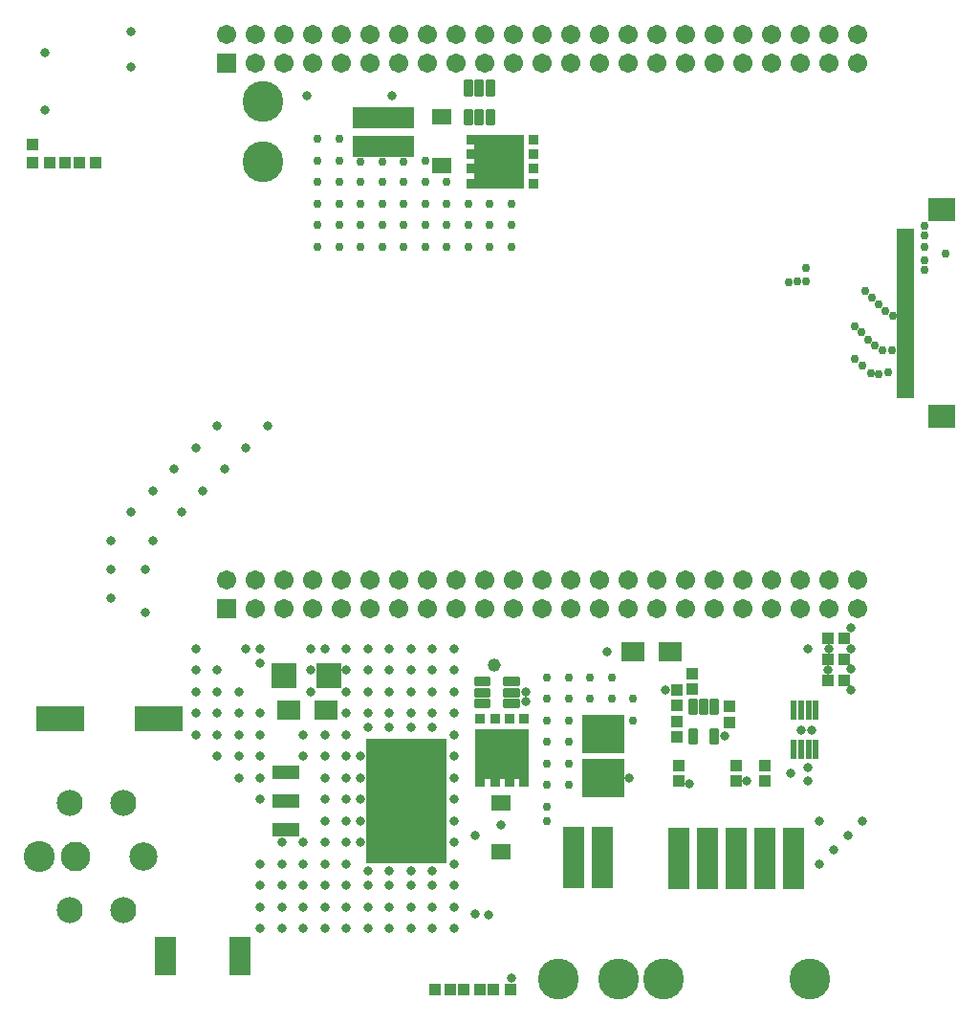
<source format=gbr>
G04 EAGLE Gerber RS-274X export*
G75*
%MOMM*%
%FSLAX34Y34*%
%LPD*%
%INSoldermask Top*%
%IPPOS*%
%AMOC8*
5,1,8,0,0,1.08239X$1,22.5*%
G01*
%ADD10R,1.703200X1.703200*%
%ADD11C,1.703200*%
%ADD12R,1.981200X3.378200*%
%ADD13R,4.303200X2.203200*%
%ADD14R,2.103200X1.803200*%
%ADD15R,2.203200X2.203200*%
%ADD16R,7.203200X11.003200*%
%ADD17R,2.363200X1.273200*%
%ADD18C,3.603200*%
%ADD19R,1.853200X5.533200*%
%ADD20R,1.003200X1.103200*%
%ADD21R,1.103200X1.003200*%
%ADD22C,0.251459*%
%ADD23R,3.803200X3.453200*%
%ADD24R,0.853200X0.953200*%
%ADD25R,4.753200X4.503200*%
%ADD26R,0.853200X0.853200*%
%ADD27R,1.673200X1.473200*%
%ADD28R,0.953200X0.853200*%
%ADD29R,4.503200X4.753200*%
%ADD30R,5.533200X1.853200*%
%ADD31R,1.503200X0.503200*%
%ADD32R,2.403200X2.003200*%
%ADD33C,2.503200*%
%ADD34C,2.618200*%
%ADD35C,2.753200*%
%ADD36C,2.303200*%
%ADD37R,0.503200X1.803200*%
%ADD38R,1.003200X1.003200*%
%ADD39C,0.807200*%
%ADD40C,1.178200*%
%ADD41C,0.762000*%


D10*
X192710Y848660D03*
D11*
X192710Y874060D03*
X218110Y848660D03*
X218110Y874060D03*
X243510Y848660D03*
X243510Y874060D03*
X268910Y848660D03*
X268910Y874060D03*
X294310Y848660D03*
X294310Y874060D03*
X319710Y848660D03*
X319710Y874060D03*
X345110Y848660D03*
X345110Y874060D03*
X370510Y848660D03*
X370510Y874060D03*
X395910Y848660D03*
X395910Y874060D03*
X421310Y848660D03*
X421310Y874060D03*
X446710Y848660D03*
X446710Y874060D03*
X472110Y848660D03*
X472110Y874060D03*
X497510Y848660D03*
X497510Y874060D03*
X522910Y848660D03*
X522910Y874060D03*
X548310Y848660D03*
X548310Y874060D03*
X573710Y848660D03*
X573710Y874060D03*
X599110Y848660D03*
X599110Y874060D03*
X624510Y848660D03*
X624510Y874060D03*
X649910Y848660D03*
X649910Y874060D03*
X675310Y848660D03*
X675310Y874060D03*
X700710Y848660D03*
X700710Y874060D03*
X726110Y848660D03*
X726110Y874060D03*
X751510Y848660D03*
X751510Y874060D03*
D10*
X192710Y366060D03*
D11*
X192710Y391460D03*
X218110Y366060D03*
X218110Y391460D03*
X243510Y366060D03*
X243510Y391460D03*
X268910Y366060D03*
X268910Y391460D03*
X294310Y366060D03*
X294310Y391460D03*
X319710Y366060D03*
X319710Y391460D03*
X345110Y366060D03*
X345110Y391460D03*
X370510Y366060D03*
X370510Y391460D03*
X395910Y366060D03*
X395910Y391460D03*
X421310Y366060D03*
X421310Y391460D03*
X446710Y366060D03*
X446710Y391460D03*
X472110Y366060D03*
X472110Y391460D03*
X497510Y366060D03*
X497510Y391460D03*
X522910Y366060D03*
X522910Y391460D03*
X548310Y366060D03*
X548310Y391460D03*
X573710Y366060D03*
X573710Y391460D03*
X599110Y366060D03*
X599110Y391460D03*
X624510Y366060D03*
X624510Y391460D03*
X649910Y366060D03*
X649910Y391460D03*
X675310Y366060D03*
X675310Y391460D03*
X700710Y366060D03*
X700710Y391460D03*
X726110Y366060D03*
X726110Y391460D03*
X751510Y366060D03*
X751510Y391460D03*
D12*
X204102Y58020D03*
X138062Y58020D03*
D13*
X45166Y268330D03*
X132166Y268330D03*
D14*
X247590Y276270D03*
X280590Y276270D03*
D15*
X283212Y306384D03*
X243212Y306384D03*
D16*
X351602Y195658D03*
D17*
X244902Y170258D03*
X244902Y221058D03*
X244902Y195658D03*
D18*
X708650Y37850D03*
X579050Y37850D03*
D19*
X593050Y144750D03*
X618450Y144750D03*
X643850Y144750D03*
X669250Y144750D03*
X694650Y144750D03*
D20*
X592676Y213236D03*
X592676Y227236D03*
X643821Y213236D03*
X643821Y227236D03*
X669058Y213236D03*
X669058Y227236D03*
D21*
X739264Y302512D03*
X725264Y302512D03*
X739010Y339759D03*
X725010Y339759D03*
X739264Y321009D03*
X725264Y321009D03*
D18*
X539458Y38280D03*
X486058Y38280D03*
D19*
X500058Y145180D03*
X525458Y145180D03*
D22*
X620820Y273201D02*
X620820Y285419D01*
X626688Y285419D01*
X626688Y273201D01*
X620820Y273201D01*
X620820Y275590D02*
X626688Y275590D01*
X626688Y277979D02*
X620820Y277979D01*
X620820Y280368D02*
X626688Y280368D01*
X626688Y282757D02*
X620820Y282757D01*
X620820Y285146D02*
X626688Y285146D01*
X611320Y285419D02*
X611320Y273201D01*
X611320Y285419D02*
X617188Y285419D01*
X617188Y273201D01*
X611320Y273201D01*
X611320Y275590D02*
X617188Y275590D01*
X617188Y277979D02*
X611320Y277979D01*
X611320Y280368D02*
X617188Y280368D01*
X617188Y282757D02*
X611320Y282757D01*
X611320Y285146D02*
X617188Y285146D01*
X601820Y285419D02*
X601820Y273201D01*
X601820Y285419D02*
X607688Y285419D01*
X607688Y273201D01*
X601820Y273201D01*
X601820Y275590D02*
X607688Y275590D01*
X607688Y277979D02*
X601820Y277979D01*
X601820Y280368D02*
X607688Y280368D01*
X607688Y282757D02*
X601820Y282757D01*
X601820Y285146D02*
X607688Y285146D01*
X620820Y259419D02*
X620820Y247201D01*
X620820Y259419D02*
X626688Y259419D01*
X626688Y247201D01*
X620820Y247201D01*
X620820Y249590D02*
X626688Y249590D01*
X626688Y251979D02*
X620820Y251979D01*
X620820Y254368D02*
X626688Y254368D01*
X626688Y256757D02*
X620820Y256757D01*
X620820Y259146D02*
X626688Y259146D01*
X601820Y259419D02*
X601820Y247201D01*
X601820Y259419D02*
X607688Y259419D01*
X607688Y247201D01*
X601820Y247201D01*
X601820Y249590D02*
X607688Y249590D01*
X607688Y251979D02*
X601820Y251979D01*
X601820Y254368D02*
X607688Y254368D01*
X607688Y256757D02*
X601820Y256757D01*
X601820Y259146D02*
X607688Y259146D01*
D23*
X525494Y254542D03*
X525494Y216042D03*
D20*
X590886Y294138D03*
X590886Y280138D03*
X591140Y266198D03*
X591140Y252198D03*
X604856Y294362D03*
X604856Y308362D03*
X637368Y265152D03*
X637368Y279152D03*
D24*
X455924Y268150D03*
X442924Y268150D03*
X429924Y268150D03*
X416924Y268150D03*
D25*
X436424Y237400D03*
D26*
X416924Y212650D03*
X429924Y212650D03*
X442924Y212650D03*
X455924Y212650D03*
D27*
X435632Y193512D03*
X435632Y150512D03*
D28*
X464336Y741974D03*
X464336Y754974D03*
X464336Y767974D03*
X464336Y780974D03*
D29*
X433586Y761474D03*
D26*
X408836Y780974D03*
X408836Y767974D03*
X408836Y754974D03*
X408836Y741974D03*
D27*
X382796Y757526D03*
X382796Y800526D03*
D18*
X224264Y760692D03*
X224264Y814092D03*
D30*
X331164Y800092D03*
X331164Y774692D03*
D22*
X409224Y794725D02*
X409224Y806943D01*
X409224Y794725D02*
X403356Y794725D01*
X403356Y806943D01*
X409224Y806943D01*
X409224Y797114D02*
X403356Y797114D01*
X403356Y799503D02*
X409224Y799503D01*
X409224Y801892D02*
X403356Y801892D01*
X403356Y804281D02*
X409224Y804281D01*
X409224Y806670D02*
X403356Y806670D01*
X418724Y806943D02*
X418724Y794725D01*
X412856Y794725D01*
X412856Y806943D01*
X418724Y806943D01*
X418724Y797114D02*
X412856Y797114D01*
X412856Y799503D02*
X418724Y799503D01*
X418724Y801892D02*
X412856Y801892D01*
X412856Y804281D02*
X418724Y804281D01*
X418724Y806670D02*
X412856Y806670D01*
X428224Y806943D02*
X428224Y794725D01*
X422356Y794725D01*
X422356Y806943D01*
X428224Y806943D01*
X428224Y797114D02*
X422356Y797114D01*
X422356Y799503D02*
X428224Y799503D01*
X428224Y801892D02*
X422356Y801892D01*
X422356Y804281D02*
X428224Y804281D01*
X428224Y806670D02*
X422356Y806670D01*
X409224Y820725D02*
X409224Y832943D01*
X409224Y820725D02*
X403356Y820725D01*
X403356Y832943D01*
X409224Y832943D01*
X409224Y823114D02*
X403356Y823114D01*
X403356Y825503D02*
X409224Y825503D01*
X409224Y827892D02*
X403356Y827892D01*
X403356Y830281D02*
X409224Y830281D01*
X409224Y832670D02*
X403356Y832670D01*
X428224Y832943D02*
X428224Y820725D01*
X422356Y820725D01*
X422356Y832943D01*
X428224Y832943D01*
X428224Y823114D02*
X422356Y823114D01*
X422356Y825503D02*
X428224Y825503D01*
X428224Y827892D02*
X422356Y827892D01*
X422356Y830281D02*
X428224Y830281D01*
X428224Y832670D02*
X422356Y832670D01*
X418724Y832943D02*
X418724Y820725D01*
X412856Y820725D01*
X412856Y832943D01*
X418724Y832943D01*
X418724Y823114D02*
X412856Y823114D01*
X412856Y825503D02*
X418724Y825503D01*
X418724Y827892D02*
X412856Y827892D01*
X412856Y830281D02*
X418724Y830281D01*
X418724Y832670D02*
X412856Y832670D01*
X412257Y298522D02*
X424475Y298522D01*
X412257Y298522D02*
X412257Y304390D01*
X424475Y304390D01*
X424475Y298522D01*
X424475Y300911D02*
X412257Y300911D01*
X412257Y303300D02*
X424475Y303300D01*
X424475Y289022D02*
X412257Y289022D01*
X412257Y294890D01*
X424475Y294890D01*
X424475Y289022D01*
X424475Y291411D02*
X412257Y291411D01*
X412257Y293800D02*
X424475Y293800D01*
X424475Y279522D02*
X412257Y279522D01*
X412257Y285390D01*
X424475Y285390D01*
X424475Y279522D01*
X424475Y281911D02*
X412257Y281911D01*
X412257Y284300D02*
X424475Y284300D01*
X438257Y298522D02*
X450475Y298522D01*
X438257Y298522D02*
X438257Y304390D01*
X450475Y304390D01*
X450475Y298522D01*
X450475Y300911D02*
X438257Y300911D01*
X438257Y303300D02*
X450475Y303300D01*
X450475Y279522D02*
X438257Y279522D01*
X438257Y285390D01*
X450475Y285390D01*
X450475Y279522D01*
X450475Y281911D02*
X438257Y281911D01*
X438257Y284300D02*
X450475Y284300D01*
X450475Y289022D02*
X438257Y289022D01*
X438257Y294890D01*
X450475Y294890D01*
X450475Y289022D01*
X450475Y291411D02*
X438257Y291411D01*
X438257Y293800D02*
X450475Y293800D01*
D14*
X584884Y327660D03*
X551884Y327660D03*
D31*
X793450Y554650D03*
X793450Y559650D03*
X793450Y564650D03*
X793450Y569650D03*
X793450Y574650D03*
X793450Y579650D03*
X793450Y584650D03*
X793450Y589650D03*
X793450Y594650D03*
X793450Y599650D03*
X793450Y604650D03*
X793450Y609650D03*
X793450Y614650D03*
X793450Y619650D03*
X793450Y624650D03*
X793450Y629650D03*
X793450Y634650D03*
X793450Y639650D03*
X793450Y644650D03*
X793450Y649650D03*
X793450Y654650D03*
X793450Y659650D03*
X793450Y664650D03*
X793450Y669650D03*
X793450Y674650D03*
X793450Y679650D03*
X793450Y684650D03*
X793450Y689650D03*
X793450Y694650D03*
X793450Y699650D03*
D32*
X825950Y718650D03*
X825950Y535650D03*
D33*
X118562Y146644D03*
D34*
X58562Y146644D03*
D35*
X26062Y146644D03*
D36*
X53562Y194144D03*
X100562Y194144D03*
X100562Y99144D03*
X53562Y99144D03*
D37*
X707592Y275572D03*
X701092Y275572D03*
X694592Y275572D03*
X714092Y275572D03*
X714092Y241572D03*
X707592Y241572D03*
X701092Y241572D03*
X694592Y241572D03*
D21*
X49418Y760349D03*
X35418Y760349D03*
X402448Y28956D03*
X416448Y28956D03*
D38*
X444118Y28956D03*
X428118Y28956D03*
X20066Y776350D03*
X20066Y760350D03*
D21*
X376794Y28956D03*
X390794Y28956D03*
X76342Y760349D03*
X62342Y760349D03*
D39*
X755650Y177800D03*
X742950Y165100D03*
X730250Y152400D03*
X717550Y139700D03*
X717550Y177800D03*
X745490Y293624D03*
X745490Y312081D03*
X745490Y330285D03*
X745490Y348488D03*
X457708Y291846D03*
X457708Y283464D03*
X152400Y450850D03*
X171450Y469900D03*
X190500Y488950D03*
X209550Y508000D03*
X228600Y527050D03*
X184150Y527050D03*
X165100Y508000D03*
X146050Y488950D03*
X127000Y469900D03*
X107950Y450850D03*
X90170Y425450D03*
X90170Y400050D03*
X90170Y374650D03*
X127000Y425450D03*
X120650Y400050D03*
X120650Y361950D03*
X412750Y165100D03*
X412750Y95250D03*
X263144Y819150D03*
X338582Y819912D03*
X107950Y844550D03*
X107950Y876300D03*
X31750Y857250D03*
X31750Y806450D03*
X435610Y174244D03*
D40*
X429006Y315468D03*
D39*
X393700Y330200D03*
X393700Y311150D03*
X393700Y292100D03*
X393700Y273050D03*
X393700Y254000D03*
X393700Y234950D03*
X393700Y215900D03*
X393700Y196850D03*
X393700Y177800D03*
X393700Y158750D03*
X393700Y139700D03*
X393700Y120650D03*
X393700Y101600D03*
X393700Y82550D03*
X374650Y330200D03*
X355600Y330200D03*
X336550Y330200D03*
X317500Y330200D03*
X298450Y330200D03*
X279400Y330200D03*
X266700Y330200D03*
X209550Y330200D03*
X222250Y330200D03*
X298450Y82550D03*
X298450Y101600D03*
X298450Y120650D03*
X298450Y139700D03*
X298450Y158750D03*
X298450Y177800D03*
X298450Y196850D03*
X298450Y215900D03*
X298450Y234950D03*
X298450Y254000D03*
X298450Y273050D03*
X298450Y292100D03*
X298450Y311150D03*
X317500Y311150D03*
X336550Y311150D03*
X355600Y311150D03*
X374650Y311150D03*
X374650Y292100D03*
X355600Y292100D03*
X336550Y292100D03*
X317500Y292100D03*
X317500Y273050D03*
X336550Y273050D03*
X355600Y273050D03*
X374650Y273050D03*
X374650Y260350D03*
X355600Y260350D03*
X336550Y260350D03*
X317500Y260350D03*
X374650Y133350D03*
X355600Y133350D03*
X336550Y133350D03*
X317500Y133350D03*
X317500Y120650D03*
X336550Y120650D03*
X355600Y120650D03*
X374650Y120650D03*
X374650Y101600D03*
X355600Y101600D03*
X336550Y101600D03*
X317500Y101600D03*
X317500Y82550D03*
X336550Y82550D03*
X355600Y82550D03*
X374650Y82550D03*
X279400Y82550D03*
X260350Y82550D03*
X241300Y82550D03*
X222250Y82550D03*
X222250Y101600D03*
X241300Y101600D03*
X260350Y101600D03*
X279400Y101600D03*
X279400Y120650D03*
X260350Y120650D03*
X241300Y120650D03*
X222250Y120650D03*
X222250Y139700D03*
X241300Y139700D03*
X260350Y139700D03*
X279400Y139700D03*
X279400Y158750D03*
X260350Y158750D03*
X241300Y158750D03*
X279400Y177800D03*
X279400Y196850D03*
X279400Y215900D03*
X279400Y234950D03*
X260350Y234950D03*
X260350Y254000D03*
X279400Y254000D03*
X222250Y317500D03*
X311150Y234950D03*
X311150Y215900D03*
X311150Y196850D03*
X311150Y177800D03*
X311150Y158750D03*
X222250Y215900D03*
X203200Y215900D03*
X203200Y234950D03*
X222250Y234950D03*
X222250Y254000D03*
X203200Y254000D03*
X203200Y273050D03*
X222250Y273050D03*
X203200Y292100D03*
X222250Y196850D03*
X266700Y311150D03*
X266700Y292100D03*
X184150Y292100D03*
X184150Y273050D03*
X184150Y254000D03*
X184150Y234950D03*
X165100Y254000D03*
X165100Y273050D03*
X165100Y292100D03*
X184150Y311150D03*
X165100Y311150D03*
X165100Y330200D03*
X707390Y213614D03*
X710692Y258064D03*
X602207Y210847D03*
X691472Y220193D03*
X653034Y213360D03*
X707418Y225526D03*
D41*
X476250Y304800D03*
X495300Y304800D03*
X514350Y304800D03*
X533400Y304800D03*
X476250Y285750D03*
X495300Y285750D03*
X514350Y285750D03*
X533400Y285750D03*
X552450Y285750D03*
X552450Y266700D03*
X495300Y266700D03*
X495300Y247650D03*
X495300Y228600D03*
X495300Y209550D03*
X476250Y190500D03*
X476250Y177800D03*
X476250Y209550D03*
X476250Y228600D03*
X476250Y247650D03*
X476250Y266700D03*
D39*
X549148Y215900D03*
X580644Y294132D03*
X529590Y327660D03*
X633222Y252730D03*
X725424Y330454D03*
X707108Y330454D03*
X701040Y258064D03*
X725170Y311658D03*
D41*
X273050Y685800D03*
X292100Y685800D03*
X311150Y685800D03*
X330200Y685800D03*
X349250Y685800D03*
X368300Y685800D03*
X387350Y685800D03*
X406400Y685800D03*
X425450Y685800D03*
X444500Y685800D03*
X444500Y704850D03*
X444500Y723900D03*
X425450Y723900D03*
X406400Y723900D03*
X387350Y723900D03*
X387350Y742950D03*
X273050Y704850D03*
X273050Y723900D03*
X273050Y742950D03*
X273050Y762000D03*
X273050Y781050D03*
X292100Y781050D03*
X292100Y762000D03*
X292100Y742950D03*
X292100Y723900D03*
X292100Y704850D03*
X311150Y704850D03*
X311150Y723900D03*
X311150Y742950D03*
X311150Y761492D03*
X330200Y761492D03*
X330200Y742950D03*
X330200Y723900D03*
X330200Y704850D03*
X349250Y704850D03*
X349250Y723900D03*
X349250Y742950D03*
X349250Y761238D03*
X368300Y762000D03*
X368300Y742950D03*
X368300Y723900D03*
X368300Y704850D03*
X387350Y704850D03*
X406400Y704850D03*
X425450Y704850D03*
X775716Y629158D03*
X763778Y640842D03*
X781304Y594614D03*
X766572Y598170D03*
X754787Y610007D03*
X748717Y615367D03*
X770128Y573532D03*
X748348Y587058D03*
X705612Y666856D03*
X689864Y654812D03*
X782066Y624840D03*
X769620Y635000D03*
X757936Y646938D03*
X773430Y594614D03*
X760730Y603504D03*
X778002Y574548D03*
X762546Y574332D03*
X755079Y580581D03*
X705612Y655066D03*
X697992Y655066D03*
X810514Y704088D03*
X810514Y665480D03*
X810514Y685800D03*
X828802Y679704D03*
X810514Y673989D03*
X810514Y695579D03*
D39*
X423926Y94488D03*
X444246Y38490D03*
M02*

</source>
